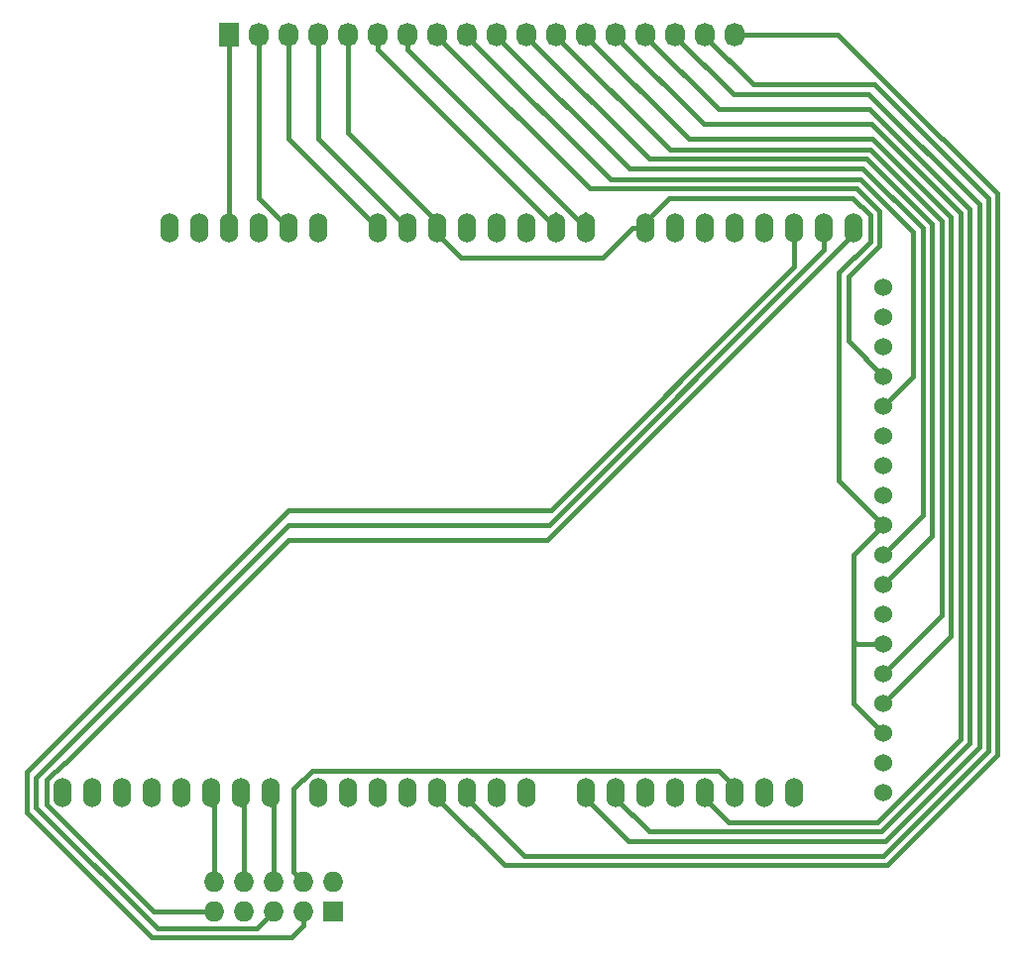
<source format=gbr>
G04 #@! TF.FileFunction,Copper,L1,Top,Signal*
%FSLAX46Y46*%
G04 Gerber Fmt 4.6, Leading zero omitted, Abs format (unit mm)*
G04 Created by KiCad (PCBNEW 4.0.0~rc1a-stable) date Thu Dec 17 17:43:48 2015*
%MOMM*%
G01*
G04 APERTURE LIST*
%ADD10C,0.100000*%
%ADD11O,1.524000X2.540000*%
%ADD12C,1.524000*%
%ADD13R,1.727200X1.727200*%
%ADD14O,1.727200X1.727200*%
%ADD15R,1.727200X2.032000*%
%ADD16O,1.727200X2.032000*%
%ADD17C,0.400000*%
%ADD18C,0.500000*%
%ADD19C,0.250000*%
G04 APERTURE END LIST*
D10*
D11*
X30480000Y-64770000D03*
X33020000Y-64770000D03*
X35560000Y-64770000D03*
X38100000Y-64770000D03*
X40640000Y-64770000D03*
X43180000Y-64770000D03*
X45720000Y-64770000D03*
X48260000Y-64770000D03*
X53340000Y-16510000D03*
X50800000Y-16510000D03*
X48260000Y-16510000D03*
X45720000Y-16510000D03*
X35560000Y-16510000D03*
X30480000Y-16510000D03*
X27940000Y-16510000D03*
X38100000Y-16510000D03*
X40640000Y-16510000D03*
X43180000Y-16510000D03*
X25400000Y-16510000D03*
X22860000Y-16510000D03*
X20320000Y-16510000D03*
X12700000Y-16510000D03*
X15240000Y-16510000D03*
X17780000Y-16510000D03*
X7620000Y-16510000D03*
X5080000Y-16510000D03*
X2540000Y-16510000D03*
X-2540000Y-16510000D03*
X-5080000Y-16510000D03*
X25400000Y-64770000D03*
X22860000Y-64770000D03*
X20320000Y-64770000D03*
X17780000Y-64770000D03*
X15240000Y-64770000D03*
X12700000Y-64770000D03*
X10160000Y-64770000D03*
X7620000Y-64770000D03*
X3556000Y-64770000D03*
X1016000Y-64770000D03*
X-1524000Y-64770000D03*
X-4064000Y-64770000D03*
X-6604000Y-64770000D03*
X-9144000Y-64770000D03*
X-11684000Y-64770000D03*
X-14224000Y-64770000D03*
X0Y-16510000D03*
D12*
X55880000Y-62230000D03*
X55880000Y-59690000D03*
X55880000Y-57150000D03*
X55880000Y-54610000D03*
X55880000Y-64770000D03*
X55880000Y-52070000D03*
X55880000Y-49530000D03*
X55880000Y-46990000D03*
X55880000Y-44450000D03*
X55880000Y-41910000D03*
X55880000Y-39370000D03*
X55880000Y-36830000D03*
X55880000Y-34290000D03*
X55880000Y-31750000D03*
X55880000Y-29210000D03*
X55880000Y-26670000D03*
X55880000Y-24130000D03*
X55880000Y-21590000D03*
D13*
X8890000Y-74930000D03*
D14*
X8890000Y-72390000D03*
X6350000Y-74930000D03*
X6350000Y-72390000D03*
X3810000Y-74930000D03*
X3810000Y-72390000D03*
X1270000Y-74930000D03*
X1270000Y-72390000D03*
X-1270000Y-74930000D03*
X-1270000Y-72390000D03*
D15*
X0Y0D03*
D16*
X2540000Y0D03*
X5080000Y0D03*
X7620000Y0D03*
X10160000Y0D03*
X12700000Y0D03*
X15240000Y0D03*
X17780000Y0D03*
X20320000Y0D03*
X22860000Y0D03*
X25400000Y0D03*
X27940000Y0D03*
X30480000Y0D03*
X33020000Y0D03*
X35560000Y0D03*
X38100000Y0D03*
X40640000Y0D03*
X43180000Y0D03*
D17*
X0Y0D02*
X0Y-16510000D01*
X5080000Y0D02*
X5080000Y-8890000D01*
X5080000Y-8890000D02*
X12700000Y-16510000D01*
D18*
X12700000Y-16510000D02*
X12700000Y-16002000D01*
D17*
X7620000Y0D02*
X7620000Y-8890000D01*
X7620000Y-8890000D02*
X15240000Y-16510000D01*
D18*
X15240000Y-16510000D02*
X15240000Y-16002000D01*
D17*
X52070000Y-20320000D02*
X52070000Y-38100000D01*
X52070000Y-38100000D02*
X55880000Y-41910000D01*
X54702010Y-17687990D02*
X52070000Y-20320000D01*
X37592000Y-13970000D02*
X53234173Y-13970000D01*
X53234173Y-13970000D02*
X54702010Y-15437837D01*
X54702010Y-15437837D02*
X54702010Y-17687990D01*
X35560000Y-16002000D02*
X37592000Y-13970000D01*
X35560000Y-16510000D02*
X35560000Y-16002000D01*
X19812000Y-19050000D02*
X31858000Y-19050000D01*
X31858000Y-19050000D02*
X34398000Y-16510000D01*
X34398000Y-16510000D02*
X35560000Y-16510000D01*
X17780000Y-16510000D02*
X17780000Y-17018000D01*
X17780000Y-17018000D02*
X19812000Y-19050000D01*
X10160000Y0D02*
X10160000Y-8382000D01*
X10160000Y-8382000D02*
X17780000Y-16002000D01*
X17780000Y-16002000D02*
X17780000Y-16510000D01*
X53340000Y-57150000D02*
X53340000Y-51836371D01*
X53340000Y-51836371D02*
X53340000Y-44450000D01*
X55880000Y-52070000D02*
X53573629Y-52070000D01*
X53573629Y-52070000D02*
X53340000Y-51836371D01*
X55880000Y-59690000D02*
X53340000Y-57150000D01*
X53340000Y-44450000D02*
X55880000Y-41910000D01*
X12700000Y0D02*
X12700000Y-1270000D01*
X12700000Y-1270000D02*
X27940000Y-16510000D01*
D18*
X27940000Y-16510000D02*
X27940000Y-15392400D01*
X12700000Y-152400D02*
X12700000Y0D01*
D17*
X15240000Y0D02*
X15240000Y-1270000D01*
X15240000Y-1270000D02*
X30480000Y-16510000D01*
D18*
X30480000Y-16510000D02*
X30480000Y-15392400D01*
X15240000Y-152400D02*
X15240000Y0D01*
D17*
X58420000Y-16893059D02*
X58420000Y-29210000D01*
X58420000Y-29210000D02*
X55880000Y-31750000D01*
X32537580Y-12369980D02*
X53896921Y-12369980D01*
X53896921Y-12369980D02*
X58420000Y-16893059D01*
X20320000Y-152400D02*
X32537580Y-12369980D01*
D19*
X20320000Y0D02*
X20320000Y-152400D01*
D17*
X17780000Y-152400D02*
X30797590Y-13169990D01*
X55502020Y-15106463D02*
X55502020Y-18019364D01*
X30797590Y-13169990D02*
X53565547Y-13169990D01*
X52870010Y-20651374D02*
X52870010Y-26200010D01*
X53565547Y-13169990D02*
X55502020Y-15106463D01*
X55502020Y-18019364D02*
X52870010Y-20651374D01*
X52870010Y-26200010D02*
X55880000Y-29210000D01*
D19*
X17780000Y0D02*
X17780000Y-152400D01*
D17*
X54942477Y-8890000D02*
X39217600Y-8890000D01*
X39217600Y-8890000D02*
X30480000Y-152400D01*
X30480000Y-152400D02*
X30480000Y0D01*
X55880000Y-57150000D02*
X61620040Y-51409960D01*
X61620040Y-51409960D02*
X61620040Y-15567563D01*
X61620040Y-15567563D02*
X54942477Y-8890000D01*
X54751073Y-9829980D02*
X37617580Y-9829980D01*
X37617580Y-9829980D02*
X27940000Y-152400D01*
X27940000Y-152400D02*
X27940000Y0D01*
X55880000Y-54610000D02*
X60820030Y-49669970D01*
X60820030Y-15898937D02*
X54751073Y-9829980D01*
X60820030Y-49669970D02*
X60820030Y-15898937D01*
X22860000Y-152400D02*
X34137600Y-11430000D01*
X34137600Y-11430000D02*
X54088325Y-11430000D01*
X54088325Y-11430000D02*
X59220010Y-16561685D01*
X59220010Y-41109990D02*
X56641999Y-43688001D01*
X59220010Y-16561685D02*
X59220010Y-41109990D01*
X56641999Y-43688001D02*
X55880000Y-44450000D01*
D19*
X22860000Y0D02*
X22860000Y-152400D01*
D17*
X60020020Y-16230311D02*
X60020020Y-42849980D01*
X60020020Y-42849980D02*
X55880000Y-46990000D01*
X35877590Y-10629990D02*
X54419699Y-10629990D01*
X54419699Y-10629990D02*
X60020020Y-16230311D01*
X25400000Y-152400D02*
X35877590Y-10629990D01*
D19*
X25400000Y0D02*
X25400000Y-152400D01*
D17*
X17780000Y-64770000D02*
X17780000Y-65278000D01*
X17780000Y-65278000D02*
X23481924Y-70979924D01*
X65620088Y-61571210D02*
X65620088Y-13550088D01*
X60960000Y-8890000D02*
X60821384Y-8890000D01*
X23481924Y-70979924D02*
X56211374Y-70979924D01*
X56211374Y-70979924D02*
X65620088Y-61571210D01*
X65620088Y-13550088D02*
X60960000Y-8890000D01*
X60821384Y-8890000D02*
X51931384Y0D01*
X51931384Y0D02*
X43180000Y0D01*
X40640000Y-152400D02*
X44767590Y-4279990D01*
X44767590Y-4279990D02*
X55079990Y-4279990D01*
X55079990Y-4279990D02*
X64820078Y-14020078D01*
X64820078Y-14020078D02*
X64820078Y-61239836D01*
X64820078Y-61239836D02*
X55880000Y-70179914D01*
X55880000Y-70179914D02*
X25221914Y-70179914D01*
X25221914Y-70179914D02*
X20320000Y-65278000D01*
X20320000Y-65278000D02*
X20320000Y-64770000D01*
D18*
X40640000Y-152400D02*
X40640000Y0D01*
D17*
X30480000Y-65278000D02*
X34112020Y-68910020D01*
X34112020Y-68910020D02*
X56018510Y-68910020D01*
X56018510Y-68910020D02*
X64020068Y-60908462D01*
X64020068Y-60908462D02*
X64020068Y-14490068D01*
X64020068Y-14490068D02*
X54610000Y-5080000D01*
X54610000Y-5080000D02*
X43027600Y-5080000D01*
X43027600Y-5080000D02*
X38100000Y-152400D01*
X38100000Y-152400D02*
X38100000Y0D01*
D18*
X30480000Y-65278000D02*
X30480000Y-64770000D01*
D17*
X33020000Y-65278000D02*
X35852010Y-68110010D01*
X35852010Y-68110010D02*
X55687136Y-68110010D01*
X55687136Y-68110010D02*
X63220058Y-60577088D01*
X63220058Y-60577088D02*
X63220058Y-14904813D01*
X63220058Y-14904813D02*
X54665245Y-6350000D01*
X54665245Y-6350000D02*
X41757600Y-6350000D01*
X41757600Y-6350000D02*
X35560000Y-152400D01*
X35560000Y-152400D02*
X35560000Y0D01*
D18*
X33020000Y-65278000D02*
X33020000Y-64770000D01*
D17*
X40640000Y-65278000D02*
X42672000Y-67310000D01*
X42672000Y-67310000D02*
X55355762Y-67310000D01*
X55355762Y-67310000D02*
X62420050Y-60245712D01*
X62420050Y-60245712D02*
X62420050Y-15236189D01*
X62420050Y-15236189D02*
X54803861Y-7620000D01*
X54803861Y-7620000D02*
X40487600Y-7620000D01*
X40487600Y-7620000D02*
X33020000Y-152400D01*
X33020000Y-152400D02*
X33020000Y0D01*
D18*
X40640000Y-65278000D02*
X40640000Y-64770000D01*
D17*
X2540000Y0D02*
X2540000Y-13970000D01*
X2540000Y-13970000D02*
X5080000Y-16510000D01*
D18*
X5080000Y-16510000D02*
X5080000Y-16002000D01*
D17*
X5080000Y-43180000D02*
X27178000Y-43180000D01*
X27178000Y-43180000D02*
X53340000Y-17018000D01*
X53340000Y-17018000D02*
X53340000Y-16510000D01*
X-13970000Y-62230000D02*
X5080000Y-43180000D01*
X-14118173Y-62230000D02*
X-13970000Y-62230000D01*
X-1270000Y-74930000D02*
X-6498173Y-74930000D01*
X-6498173Y-74930000D02*
X-15586010Y-65842163D01*
X-15586010Y-65842163D02*
X-15586010Y-63697837D01*
X-15586010Y-63697837D02*
X-14118173Y-62230000D01*
X27316616Y-41910000D02*
X50800000Y-18426616D01*
X50800000Y-18426616D02*
X50800000Y-16510000D01*
X5070443Y-41910000D02*
X27316616Y-41910000D01*
X-16510000Y-66049557D02*
X-16510000Y-63490443D01*
X-16510000Y-63490443D02*
X5070443Y-41910000D01*
X3810000Y-74930000D02*
X2346399Y-76393601D01*
X2346399Y-76393601D02*
X-6165956Y-76393601D01*
X-6165956Y-76393601D02*
X-16510000Y-66049557D01*
D19*
X50800000Y-17018000D02*
X50800000Y-16510000D01*
D17*
X27455232Y-40640000D02*
X48260000Y-19835232D01*
X48260000Y-19835232D02*
X48260000Y-16510000D01*
X5080000Y-40640000D02*
X27455232Y-40640000D01*
X-17310010Y-63030010D02*
X5080000Y-40640000D01*
X-6626389Y-77193611D02*
X-17310010Y-66509990D01*
X-17310010Y-66509990D02*
X-17310010Y-63030010D01*
X6350000Y-74930000D02*
X6350000Y-76151314D01*
X6350000Y-76151314D02*
X5307703Y-77193611D01*
X5307703Y-77193611D02*
X-6626389Y-77193611D01*
D19*
X48260000Y-17018000D02*
X48260000Y-16510000D01*
D17*
X3810000Y-72390000D02*
X3810000Y-65024000D01*
X3810000Y-65024000D02*
X3556000Y-64770000D01*
X1270000Y-72390000D02*
X1270000Y-65024000D01*
X1270000Y-65024000D02*
X1016000Y-64770000D01*
X-1270000Y-72390000D02*
X-1270000Y-65024000D01*
X-1270000Y-65024000D02*
X-1524000Y-64770000D01*
X6350000Y-72390000D02*
X5486401Y-71526401D01*
X5486401Y-71526401D02*
X5486401Y-64469426D01*
X5486401Y-64469426D02*
X7055837Y-62899990D01*
X43180000Y-64262000D02*
X43180000Y-64770000D01*
X7055837Y-62899990D02*
X41817990Y-62899990D01*
X41817990Y-62899990D02*
X43180000Y-64262000D01*
M02*

</source>
